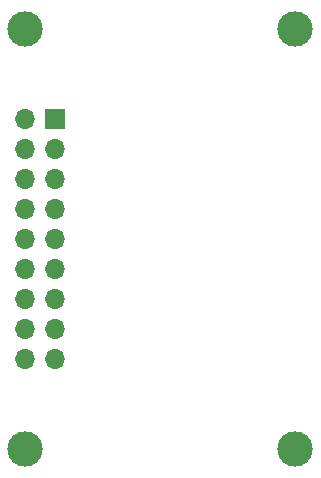
<source format=gbr>
%TF.GenerationSoftware,KiCad,Pcbnew,9.0.0*%
%TF.CreationDate,2025-08-11T15:21:08+02:00*%
%TF.ProjectId,ov5640_adapter,6f763536-3430-45f6-9164-61707465722e,rev?*%
%TF.SameCoordinates,Original*%
%TF.FileFunction,Soldermask,Bot*%
%TF.FilePolarity,Negative*%
%FSLAX46Y46*%
G04 Gerber Fmt 4.6, Leading zero omitted, Abs format (unit mm)*
G04 Created by KiCad (PCBNEW 9.0.0) date 2025-08-11 15:21:08*
%MOMM*%
%LPD*%
G01*
G04 APERTURE LIST*
%ADD10C,3.000000*%
%ADD11R,1.700000X1.700000*%
%ADD12O,1.700000X1.700000*%
G04 APERTURE END LIST*
D10*
%TO.C,H3*%
X110560000Y-83230000D03*
%TD*%
%TO.C,H2*%
X110560000Y-118790000D03*
%TD*%
D11*
%TO.C,J1*%
X90240000Y-90850000D03*
D12*
X87700000Y-90850000D03*
X90240000Y-93390000D03*
X87700000Y-93390000D03*
X90240000Y-95930000D03*
X87700000Y-95930000D03*
X90240000Y-98470000D03*
X87700000Y-98470000D03*
X90240000Y-101010000D03*
X87700000Y-101010000D03*
X90240000Y-103550000D03*
X87700000Y-103550000D03*
X90240000Y-106090000D03*
X87700000Y-106090000D03*
X90240000Y-108630000D03*
X87700000Y-108630000D03*
X90240000Y-111170000D03*
X87700000Y-111170000D03*
%TD*%
D10*
%TO.C,H1*%
X87700000Y-118790000D03*
%TD*%
%TO.C,H4*%
X87700000Y-83230000D03*
%TD*%
M02*

</source>
